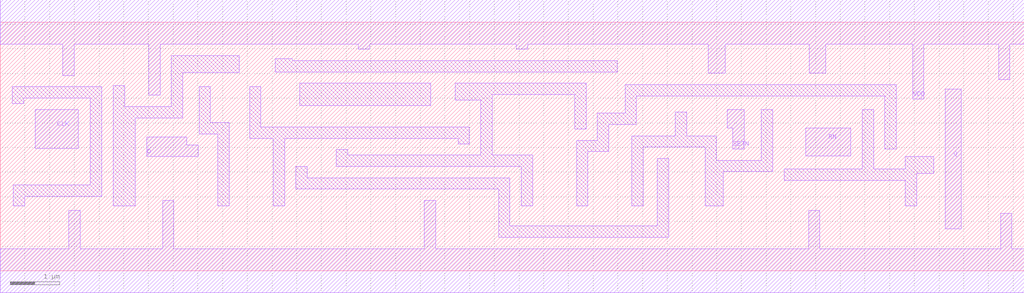
<source format=lef>
# Copyright 2022 GlobalFoundries PDK Authors
#
# Licensed under the Apache License, Version 2.0 (the "License");
# you may not use this file except in compliance with the License.
# You may obtain a copy of the License at
#
#      http://www.apache.org/licenses/LICENSE-2.0
#
# Unless required by applicable law or agreed to in writing, software
# distributed under the License is distributed on an "AS IS" BASIS,
# WITHOUT WARRANTIES OR CONDITIONS OF ANY KIND, either express or implied.
# See the License for the specific language governing permissions and
# limitations under the License.

MACRO gf180mcu_fd_sc_mcu9t5v0__dffrsnq_1
  CLASS core ;
  FOREIGN gf180mcu_fd_sc_mcu9t5v0__dffrsnq_1 0.0 0.0 ;
  ORIGIN 0 0 ;
  SYMMETRY X Y ;
  SITE GF018hv5v_green_sc9 ;
  SIZE 20.72 BY 5.04 ;
  PIN D
    DIRECTION INPUT ;
    ANTENNAGATEAREA 0.854 ;
    PORT
      LAYER METAL1 ;
        POLYGON 2.965 2.315 4.01 2.315 4.01 2.545 3.77 2.545 3.77 2.71 2.965 2.71  ;
    END
  END D
  PIN RN
    DIRECTION INPUT ;
    ANTENNAGATEAREA 2.018 ;
    PORT
      LAYER METAL1 ;
        POLYGON 16.3 2.33 17.21 2.33 17.21 2.89 16.3 2.89  ;
    END
  END RN
  PIN SETN
    DIRECTION INPUT ;
    ANTENNAGATEAREA 2.018 ;
    PORT
      LAYER METAL1 ;
        POLYGON 14.71 2.89 14.825 2.89 14.825 2.47 15.055 2.47 15.055 3.27 14.71 3.27  ;
    END
  END SETN
  PIN CLK
    DIRECTION INPUT ;
    USE clock ;
    ANTENNAGATEAREA 1.164 ;
    PORT
      LAYER METAL1 ;
        POLYGON 0.71 2.48 1.58 2.48 1.58 3.27 0.71 3.27  ;
    END
  END CLK
  PIN Q
    DIRECTION OUTPUT ;
    ANTENNADIFFAREA 1.386 ;
    PORT
      LAYER METAL1 ;
        POLYGON 19.125 0.845 19.45 0.845 19.45 3.685 19.125 3.685  ;
    END
  END Q
  PIN VDD
    DIRECTION INOUT ;
    USE power ;
    SHAPE ABUTMENT ;
    PORT
      LAYER METAL1 ;
        POLYGON 0 4.59 1.265 4.59 1.265 3.96 1.495 3.96 1.495 4.59 2.055 4.59 3.005 4.59 3.005 3.56 3.235 3.56 3.235 4.59 4.835 4.59 7.245 4.59 7.245 4.49 7.475 4.49 7.475 4.59 10.445 4.59 10.445 4.49 10.675 4.49 10.675 4.59 12.49 4.59 14.33 4.59 14.33 4.005 14.67 4.005 14.67 4.59 16.37 4.59 16.37 4.005 16.71 4.005 16.71 4.59 18.135 4.59 18.465 4.59 18.465 3.48 18.695 3.48 18.695 4.59 18.895 4.59 20.205 4.59 20.205 3.875 20.435 3.875 20.435 4.59 20.72 4.59 20.72 5.49 18.895 5.49 18.135 5.49 12.49 5.49 4.835 5.49 2.055 5.49 0 5.49  ;
    END
  END VDD
  PIN VSS
    DIRECTION INOUT ;
    USE ground ;
    SHAPE ABUTMENT ;
    PORT
      LAYER METAL1 ;
        POLYGON 0 -0.45 20.72 -0.45 20.72 0.45 20.475 0.45 20.475 1.165 20.245 1.165 20.245 0.45 16.59 0.45 16.59 1.225 16.36 1.225 16.36 0.45 8.815 0.45 8.815 1.425 8.585 1.425 8.585 0.45 3.515 0.45 3.515 1.425 3.285 1.425 3.285 0.45 1.615 0.45 1.615 1.225 1.385 1.225 1.385 0.45 0 0.45  ;
    END
  END VSS
  OBS
      LAYER METAL1 ;
        POLYGON 0.245 3.39 0.475 3.39 0.475 3.5 1.825 3.5 1.825 1.74 0.265 1.74 0.265 1.315 0.495 1.315 0.495 1.51 2.055 1.51 2.055 3.73 0.245 3.73  ;
        POLYGON 4.025 2.775 4.405 2.775 4.405 1.315 4.635 1.315 4.635 3.005 4.255 3.005 4.255 3.73 4.025 3.73  ;
        POLYGON 2.285 1.315 2.735 1.315 2.735 3.1 3.695 3.1 3.695 4.02 4.835 4.02 4.835 4.36 3.465 4.36 3.465 3.33 2.515 3.33 2.515 3.75 2.285 3.75  ;
        POLYGON 6.065 3.35 8.715 3.35 8.715 3.8 6.065 3.8  ;
        POLYGON 5.045 2.685 5.525 2.685 5.525 1.315 5.755 1.315 5.755 2.685 9.265 2.685 9.265 2.575 9.495 2.575 9.495 2.915 5.275 2.915 5.275 3.73 5.045 3.73  ;
        POLYGON 9.955 3.57 11.625 3.57 11.625 2.875 11.855 2.875 11.855 3.8 9.205 3.8 9.205 3.46 9.725 3.46 9.725 2.345 7.035 2.345 7.035 2.455 6.805 2.455 6.805 2.115 10.545 2.115 10.545 1.315 10.775 1.315 10.775 2.345 9.955 2.345  ;
        POLYGON 5.57 4.03 12.49 4.03 12.49 4.26 5.91 4.26 5.91 4.305 5.57 4.305  ;
        POLYGON 5.985 1.655 10.085 1.655 10.085 0.68 13.525 0.68 13.525 2.275 13.295 2.275 13.295 0.91 10.315 0.91 10.315 1.885 6.215 1.885 6.215 2.115 5.985 2.115  ;
        POLYGON 12.785 1.315 13.015 1.315 13.015 2.505 14.265 2.505 14.265 1.315 14.63 1.315 14.63 2.01 15.635 2.01 15.635 3.27 15.405 3.27 15.405 2.24 14.495 2.24 14.495 2.735 13.895 2.735 13.895 3.215 13.665 3.215 13.665 2.735 12.785 2.735  ;
        POLYGON 11.665 1.315 11.895 1.315 11.895 2.415 12.315 2.415 12.315 2.965 12.875 2.965 12.875 3.545 17.905 3.545 17.905 2.47 18.135 2.47 18.135 3.775 12.645 3.775 12.645 3.195 12.085 3.195 12.085 2.645 11.665 2.645  ;
        POLYGON 15.865 1.83 18.32 1.83 18.32 1.315 18.55 1.315 18.55 1.975 18.895 1.975 18.895 2.315 18.32 2.315 18.32 2.06 17.675 2.06 17.675 3.27 17.445 3.27 17.445 2.06 15.865 2.06  ;
  END
END gf180mcu_fd_sc_mcu9t5v0__dffrsnq_1

</source>
